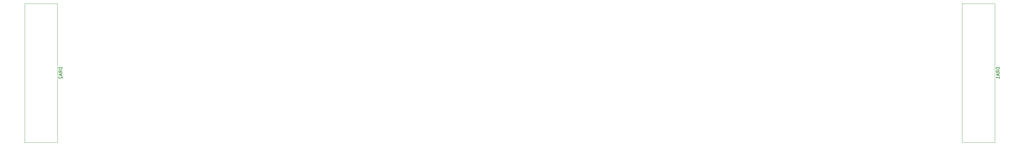
<source format=gbr>
%TF.GenerationSoftware,KiCad,Pcbnew,7.0.7*%
%TF.CreationDate,2024-11-29T17:58:44-06:00*%
%TF.ProjectId,updated_LOAF,75706461-7465-4645-9f4c-4f41462e6b69,rev?*%
%TF.SameCoordinates,PX2faf080PYee6b280*%
%TF.FileFunction,Legend,Bot*%
%TF.FilePolarity,Positive*%
%FSLAX46Y46*%
G04 Gerber Fmt 4.6, Leading zero omitted, Abs format (unit mm)*
G04 Created by KiCad (PCBNEW 7.0.7) date 2024-11-29 17:58:44*
%MOMM*%
%LPD*%
G01*
G04 APERTURE LIST*
%ADD10C,0.150000*%
%ADD11C,0.120000*%
G04 APERTURE END LIST*
D10*
X26304819Y118316667D02*
X25304819Y118316667D01*
X25304819Y118316667D02*
X25304819Y118078572D01*
X25304819Y118078572D02*
X25352438Y117935715D01*
X25352438Y117935715D02*
X25447676Y117840477D01*
X25447676Y117840477D02*
X25542914Y117792858D01*
X25542914Y117792858D02*
X25733390Y117745239D01*
X25733390Y117745239D02*
X25876247Y117745239D01*
X25876247Y117745239D02*
X26066723Y117792858D01*
X26066723Y117792858D02*
X26161961Y117840477D01*
X26161961Y117840477D02*
X26257200Y117935715D01*
X26257200Y117935715D02*
X26304819Y118078572D01*
X26304819Y118078572D02*
X26304819Y118316667D01*
X26304819Y116745239D02*
X25828628Y117078572D01*
X26304819Y117316667D02*
X25304819Y117316667D01*
X25304819Y117316667D02*
X25304819Y116935715D01*
X25304819Y116935715D02*
X25352438Y116840477D01*
X25352438Y116840477D02*
X25400057Y116792858D01*
X25400057Y116792858D02*
X25495295Y116745239D01*
X25495295Y116745239D02*
X25638152Y116745239D01*
X25638152Y116745239D02*
X25733390Y116792858D01*
X25733390Y116792858D02*
X25781009Y116840477D01*
X25781009Y116840477D02*
X25828628Y116935715D01*
X25828628Y116935715D02*
X25828628Y117316667D01*
X26019104Y116364286D02*
X26019104Y115888096D01*
X26304819Y116459524D02*
X25304819Y116126191D01*
X25304819Y116126191D02*
X26304819Y115792858D01*
X25400057Y115507143D02*
X25352438Y115459524D01*
X25352438Y115459524D02*
X25304819Y115364286D01*
X25304819Y115364286D02*
X25304819Y115126191D01*
X25304819Y115126191D02*
X25352438Y115030953D01*
X25352438Y115030953D02*
X25400057Y114983334D01*
X25400057Y114983334D02*
X25495295Y114935715D01*
X25495295Y114935715D02*
X25590533Y114935715D01*
X25590533Y114935715D02*
X25733390Y114983334D01*
X25733390Y114983334D02*
X26304819Y115554762D01*
X26304819Y115554762D02*
X26304819Y114935715D01*
X312054819Y118316667D02*
X311054819Y118316667D01*
X311054819Y118316667D02*
X311054819Y118078572D01*
X311054819Y118078572D02*
X311102438Y117935715D01*
X311102438Y117935715D02*
X311197676Y117840477D01*
X311197676Y117840477D02*
X311292914Y117792858D01*
X311292914Y117792858D02*
X311483390Y117745239D01*
X311483390Y117745239D02*
X311626247Y117745239D01*
X311626247Y117745239D02*
X311816723Y117792858D01*
X311816723Y117792858D02*
X311911961Y117840477D01*
X311911961Y117840477D02*
X312007200Y117935715D01*
X312007200Y117935715D02*
X312054819Y118078572D01*
X312054819Y118078572D02*
X312054819Y118316667D01*
X312054819Y116745239D02*
X311578628Y117078572D01*
X312054819Y117316667D02*
X311054819Y117316667D01*
X311054819Y117316667D02*
X311054819Y116935715D01*
X311054819Y116935715D02*
X311102438Y116840477D01*
X311102438Y116840477D02*
X311150057Y116792858D01*
X311150057Y116792858D02*
X311245295Y116745239D01*
X311245295Y116745239D02*
X311388152Y116745239D01*
X311388152Y116745239D02*
X311483390Y116792858D01*
X311483390Y116792858D02*
X311531009Y116840477D01*
X311531009Y116840477D02*
X311578628Y116935715D01*
X311578628Y116935715D02*
X311578628Y117316667D01*
X311769104Y116364286D02*
X311769104Y115888096D01*
X312054819Y116459524D02*
X311054819Y116126191D01*
X311054819Y116126191D02*
X312054819Y115792858D01*
X312054819Y114935715D02*
X312054819Y115507143D01*
X312054819Y115221429D02*
X311054819Y115221429D01*
X311054819Y115221429D02*
X311197676Y115316667D01*
X311197676Y115316667D02*
X311292914Y115411905D01*
X311292914Y115411905D02*
X311340533Y115507143D01*
D11*
%TO.C,DRA2*%
X14850000Y95400000D02*
X24850000Y95400000D01*
X24850000Y95400000D02*
X24850000Y137900000D01*
X14850000Y137900000D02*
X14850000Y95400000D01*
X24850000Y137900000D02*
X14850000Y137900000D01*
%TO.C,DRA1*%
X300600000Y95400000D02*
X310600000Y95400000D01*
X310600000Y95400000D02*
X310600000Y137900000D01*
X300600000Y137900000D02*
X300600000Y95400000D01*
X310600000Y137900000D02*
X300600000Y137900000D01*
%TD*%
M02*

</source>
